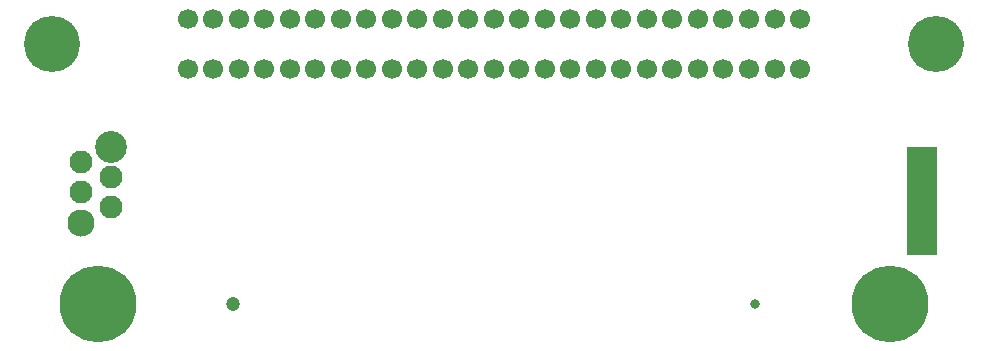
<source format=gbs>
G04 #@! TF.GenerationSoftware,KiCad,Pcbnew,8.0.6*
G04 #@! TF.CreationDate,2024-11-07T02:26:34-08:00*
G04 #@! TF.ProjectId,hvd-50-ce,6876642d-3530-42d6-9365-2e6b69636164,1*
G04 #@! TF.SameCoordinates,Original*
G04 #@! TF.FileFunction,Soldermask,Bot*
G04 #@! TF.FilePolarity,Negative*
%FSLAX46Y46*%
G04 Gerber Fmt 4.6, Leading zero omitted, Abs format (unit mm)*
G04 Created by KiCad (PCBNEW 8.0.6) date 2024-11-07 02:26:34*
%MOMM*%
%LPD*%
G01*
G04 APERTURE LIST*
%ADD10C,0.800000*%
%ADD11C,1.200000*%
%ADD12C,1.700000*%
%ADD13C,4.750000*%
%ADD14C,6.500000*%
%ADD15C,2.300000*%
%ADD16C,2.700000*%
%ADD17C,1.950000*%
G04 APERTURE END LIST*
D10*
G04 #@! TO.C,J1*
X-15400000Y4000000D03*
D11*
X-59600000Y4000000D03*
G04 #@! TD*
D12*
G04 #@! TO.C,J5*
X-63420000Y23900000D03*
X-61260000Y23900000D03*
X-59100000Y23900000D03*
X-56940000Y23900000D03*
X-54780000Y23900000D03*
X-52620000Y23900000D03*
X-50460000Y23900000D03*
X-48300000Y23900000D03*
X-46140000Y23900000D03*
X-43980000Y23900000D03*
X-41820000Y23900000D03*
X-39660000Y23900000D03*
X-37500000Y23900000D03*
X-35340000Y23900000D03*
X-33180000Y23900000D03*
X-31020000Y23900000D03*
X-28860000Y23900000D03*
X-26700000Y23900000D03*
X-24540000Y23900000D03*
X-22380000Y23900000D03*
X-20220000Y23900000D03*
X-18060000Y23900000D03*
X-15900000Y23900000D03*
X-13740000Y23900000D03*
X-11580000Y23900000D03*
X-63420000Y28190000D03*
X-61260000Y28190000D03*
X-59100000Y28190000D03*
X-56940000Y28190000D03*
X-54780000Y28190000D03*
X-52620000Y28190000D03*
X-50460000Y28190000D03*
X-48300000Y28190000D03*
X-46140000Y28190000D03*
X-43980000Y28190000D03*
X-41820000Y28190000D03*
X-39660000Y28190000D03*
X-37500000Y28190000D03*
X-35340000Y28190000D03*
X-33180000Y28190000D03*
X-31020000Y28190000D03*
X-28860000Y28190000D03*
X-26700000Y28190000D03*
X-24540000Y28190000D03*
X-22380000Y28190000D03*
X-20220000Y28190000D03*
X-18060000Y28190000D03*
X-15900000Y28190000D03*
X-13740000Y28190000D03*
X-11580000Y28190000D03*
D13*
X-75000Y26045000D03*
X-74925000Y26045000D03*
G04 #@! TD*
D14*
G04 #@! TO.C,H4*
X-4000000Y4000000D03*
G04 #@! TD*
D15*
G04 #@! TO.C,J3*
X-72440000Y10870000D03*
D16*
X-69900000Y17340000D03*
D17*
X-72440000Y16010000D03*
X-69900000Y14740000D03*
X-72440000Y13470000D03*
X-69900000Y12200000D03*
G04 #@! TD*
D14*
G04 #@! TO.C,H3*
X-71000000Y4000000D03*
G04 #@! TD*
G36*
X-56961Y17330315D02*
G01*
X-11206Y17277511D01*
X0Y17226000D01*
X0Y8274000D01*
X-19685Y8206961D01*
X-72489Y8161206D01*
X-124000Y8150000D01*
X-2376000Y8150000D01*
X-2443039Y8169685D01*
X-2488794Y8222489D01*
X-2500000Y8274000D01*
X-2500000Y17226000D01*
X-2480315Y17293039D01*
X-2427511Y17338794D01*
X-2376000Y17350000D01*
X-124000Y17350000D01*
X-56961Y17330315D01*
G37*
M02*

</source>
